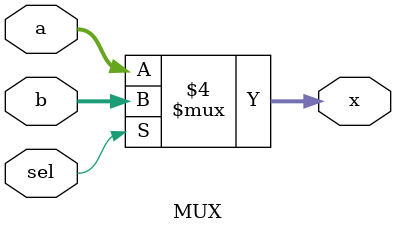
<source format=v>
`timescale 1ns / 1ps
module MUX(
		input [19:0] a,
		input [19:0] b,
		input sel,
		output reg [19:0] x
    );

	always @ (*)
	begin
		if (sel == 0)
			x = a;
		else
			x = b;
	end

endmodule

</source>
